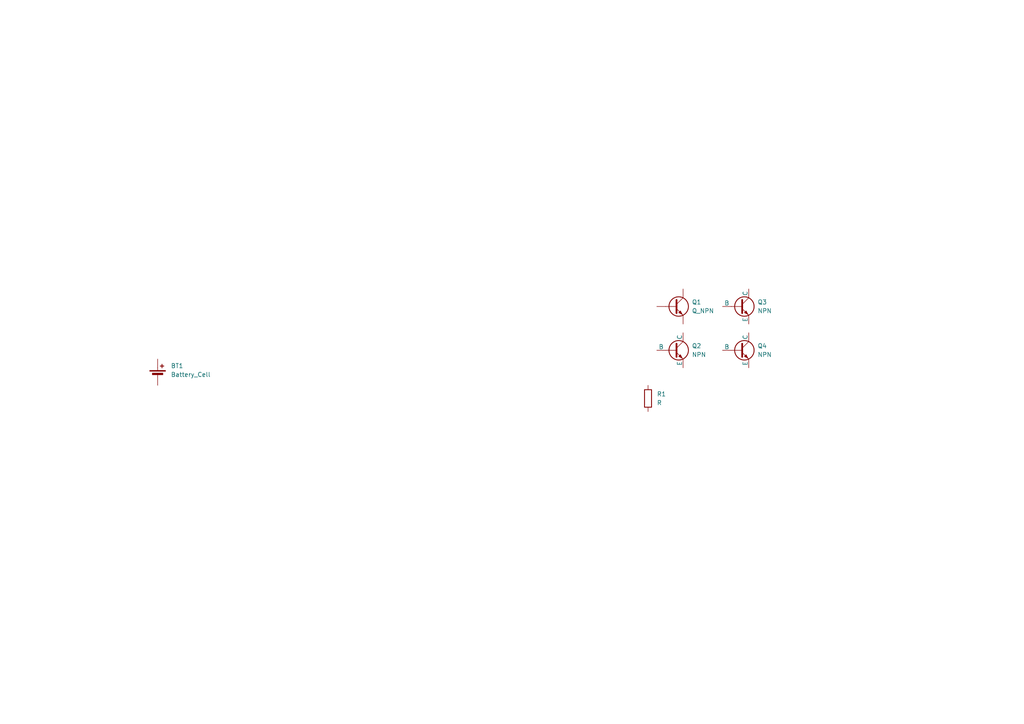
<source format=kicad_sch>
(kicad_sch (version 20250114) (generator "eeschema") (generator_version "9.0")
  (paper "A4")
  (lib_symbols
    (symbol "Device:Battery_Cell" (pin_numbers (hide yes)) (pin_names (offset 0) (hide yes))
      (property "Reference" "BT" (at 2.54 2.54 0))
      (property "Value" "Battery_Cell" (at 2.54 0 0))
      (symbol "Battery_Cell_0_1"
        (rectangle (start -2.286 1.778) (end 2.286 1.524) (fill (type outline)))
        (rectangle (start -1.524 1.016) (end 1.524 0.508) (fill (type outline)))
        (polyline (pts (xy 0 1.778) (xy 0 2.54)))
        (polyline (pts (xy 0 0.762) (xy 0 0)))
        (polyline (pts (xy 0.762 3.048) (xy 1.778 3.048)) (stroke (width 0.254)))
        (polyline (pts (xy 1.27 3.556) (xy 1.27 2.54)) (stroke (width 0.254)))
      )
      (symbol "Battery_Cell_1_1"
        (pin passive line (at 0 5.08 270) (length 2.54) (name "+") (number "1"))
        (pin passive line (at 0 -2.54 90) (length 2.54) (name "-") (number "2"))
      )
    )
    (symbol "Device:Q_NPN" (pin_numbers (hide yes)) (pin_names (offset 0) (hide yes))
      (property "Reference" "Q" (at 5.08 1.27 0))
      (property "Value" "Q_NPN" (at 5.08 -1.27 0))
      (symbol "Q_NPN_0_1"
        (polyline (pts (xy -2.54 0) (xy 0.635 0)))
        (polyline (pts (xy 0.635 1.905) (xy 0.635 -1.905)) (stroke (width 0.508)))
        (polyline (pts (xy 0.635 0.635) (xy 2.54 2.54)))
        (polyline (pts (xy 0.635 -0.635) (xy 2.54 -2.54)))
        (circle (center 1.27 0) (radius 2.8194) (stroke (width 0.254)))
        (polyline (pts (xy 1.27 -1.778) (xy 1.778 -1.27) (xy 2.286 -2.286) (xy 1.27 -1.778)) (fill (type outline)))
      )
      (symbol "Q_NPN_1_1"
        (pin input line (at -5.08 0 0) (length 2.54) (name "B") (number "B"))
        (pin passive line (at 2.54 5.08 270) (length 2.54) (name "C") (number "C"))
        (pin passive line (at 2.54 -5.08 90) (length 2.54) (name "E") (number "E"))
      )
    )
    (symbol "Device:R" (pin_numbers (hide yes)) (pin_names (offset 0))
      (property "Reference" "R" (at 2.032 0 90))
      (property "Value" "R" (at 0 0 90))
      (symbol "R_0_1"
        (rectangle (start -1.016 -2.54) (end 1.016 2.54) (stroke (width 0.254)))
      )
      (symbol "R_1_1"
        (pin passive line (at 0 3.81 270) (length 1.27) (name "~") (number "1"))
        (pin passive line (at 0 -3.81 90) (length 1.27) (name "~") (number "2"))
      )
    )
    (symbol "Simulation_SPICE:NPN" (pin_numbers (hide yes)) (pin_names (offset 0))
      (property "Reference" "Q" (at -2.54 7.62 0))
      (property "Value" "NPN" (at -2.54 5.08 0))
      (symbol "NPN_0_1"
        (polyline (pts (xy -2.54 0) (xy 0.635 0)) (stroke (width 0.1524)))
        (polyline (pts (xy 0.635 1.905) (xy 0.635 -1.905) (xy 0.635 -1.905)) (stroke (width 0.508)))
        (polyline (pts (xy 0.635 0.635) (xy 2.54 2.54)))
        (polyline (pts (xy 0.635 -0.635) (xy 2.54 -2.54) (xy 2.54 -2.54)))
        (circle (center 1.27 0) (radius 2.8194) (stroke (width 0.254)))
        (polyline (pts (xy 1.27 -1.778) (xy 1.778 -1.27) (xy 2.286 -2.286) (xy 1.27 -1.778) (xy 1.27 -1.778)) (fill (type outline)))
        (polyline (pts (xy 2.794 -1.27) (xy 2.794 -1.27)) (stroke (width 0.1524)))
        (polyline (pts (xy 2.794 -1.27) (xy 2.794 -1.27)) (stroke (width 0.1524)))
      )
      (symbol "NPN_1_1"
        (pin input line (at -5.08 0 0) (length 2.54) (name "B") (number "2"))
        (pin open_collector line (at 2.54 5.08 270) (length 2.54) (name "C") (number "1"))
        (pin open_emitter line (at 2.54 -5.08 90) (length 2.54) (name "E") (number "3"))
      )
    )
  )
  (symbol (lib_id "Simulation_SPICE:NPN") (at 214.63 101.6 0) (unit 1)
    (property "Reference" "Q4" (at 219.71 100.3299 0) (effects (justify left)))
    (property "Value" "NPN" (at 219.71 102.8699 0) (effects (justify left)))
    (property "Datasheet" "https://ngspice.sourceforge.io/docs/ngspice-html-manual/manual.xhtml#cha_BJTs" (effects (hide yes)))
    (property "Description" "Bipolar transistor symbol for simulation only, substrate tied to the emitter" (effects (hide yes)))
    (property "Sim.Device" "NPN" (effects (hide yes)))
    (property "Sim.Type" "GUMMELPOON" (effects (hide yes)))
    (property "Sim.Pins" "1=C 2=B 3=E" (effects (hide yes)))
  )
  (symbol (lib_id "Simulation_SPICE:NPN") (at 195.58 101.6 0) (unit 1)
    (property "Reference" "Q2" (at 200.66 100.3299 0) (effects (justify left)))
    (property "Value" "NPN" (at 200.66 102.8699 0) (effects (justify left)))
    (property "Datasheet" "https://ngspice.sourceforge.io/docs/ngspice-html-manual/manual.xhtml#cha_BJTs" (effects (hide yes)))
    (property "Description" "Bipolar transistor symbol for simulation only, substrate tied to the emitter" (effects (hide yes)))
    (property "Sim.Device" "NPN" (effects (hide yes)))
    (property "Sim.Type" "GUMMELPOON" (effects (hide yes)))
    (property "Sim.Pins" "1=C 2=B 3=E" (effects (hide yes)))
  )
  (symbol (lib_id "Device:Q_NPN") (at 195.58 88.9 0) (unit 1)
    (property "Reference" "Q1" (at 200.66 87.6299 0) (effects (justify left)))
    (property "Value" "Q_NPN" (at 200.66 90.1699 0) (effects (justify left)))
    (property "Description" "NPN bipolar junction transistor" (effects (hide yes)))
  )
  (symbol (lib_id "Simulation_SPICE:NPN") (at 214.63 88.9 0) (unit 1)
    (property "Reference" "Q3" (at 219.71 87.6299 0) (effects (justify left)))
    (property "Value" "NPN" (at 219.71 90.1699 0) (effects (justify left)))
    (property "Datasheet" "https://ngspice.sourceforge.io/docs/ngspice-html-manual/manual.xhtml#cha_BJTs" (effects (hide yes)))
    (property "Description" "Bipolar transistor symbol for simulation only, substrate tied to the emitter" (effects (hide yes)))
    (property "Sim.Device" "NPN" (effects (hide yes)))
    (property "Sim.Type" "GUMMELPOON" (effects (hide yes)))
    (property "Sim.Pins" "1=C 2=B 3=E" (effects (hide yes)))
  )
  (symbol (lib_id "Device:R") (at 187.96 115.57 0) (unit 1)
    (property "Reference" "R1" (at 190.5 114.2999 0) (effects (justify left)))
    (property "Value" "R" (at 190.5 116.8399 0) (effects (justify left)))
    (property "Description" "Resistor" (effects (hide yes)))
  )
  (symbol (lib_id "Device:Battery_Cell") (at 45.72 109.22 0) (unit 1)
    (property "Reference" "BT1" (at 49.53 106.1084 0) (effects (justify left)))
    (property "Value" "Battery_Cell" (at 49.53 108.6484 0) (effects (justify left)))
    (property "Description" "Single-cell battery" (effects (hide yes)))
  )
)
</source>
